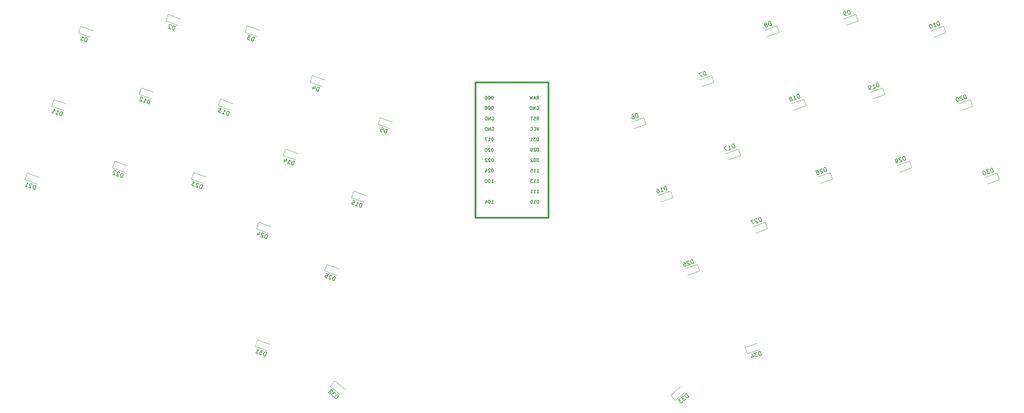
<source format=gbr>
%TF.GenerationSoftware,KiCad,Pcbnew,(5.1.10-1-10_14)*%
%TF.CreationDate,2022-05-14T22:06:53+08:00*%
%TF.ProjectId,k34,6b33342e-6b69-4636-9164-5f7063625858,rev?*%
%TF.SameCoordinates,Original*%
%TF.FileFunction,Legend,Bot*%
%TF.FilePolarity,Positive*%
%FSLAX46Y46*%
G04 Gerber Fmt 4.6, Leading zero omitted, Abs format (unit mm)*
G04 Created by KiCad (PCBNEW (5.1.10-1-10_14)) date 2022-05-14 22:06:53*
%MOMM*%
%LPD*%
G01*
G04 APERTURE LIST*
%ADD10C,0.120000*%
%ADD11C,0.381000*%
%ADD12C,0.150000*%
G04 APERTURE END LIST*
D10*
%TO.C,D1*%
X33923867Y-45148900D02*
X34505301Y-43551423D01*
X34505301Y-43551423D02*
X37465333Y-44628786D01*
X33923867Y-45148900D02*
X36883899Y-46226264D01*
%TO.C,D2*%
X55245212Y-42267457D02*
X55826646Y-40669980D01*
X55826646Y-40669980D02*
X58786678Y-41747343D01*
X55245212Y-42267457D02*
X58205244Y-43344821D01*
%TO.C,D3*%
X74514437Y-45024170D02*
X75095871Y-43426693D01*
X75095871Y-43426693D02*
X78055903Y-44504056D01*
X74514437Y-45024170D02*
X77474469Y-46101534D01*
%TO.C,D4*%
X90363461Y-57177810D02*
X90944895Y-55580333D01*
X90944895Y-55580333D02*
X93904927Y-56657696D01*
X90363461Y-57177810D02*
X93323493Y-58255174D01*
%TO.C,D5*%
X106896525Y-67452064D02*
X107477959Y-65854587D01*
X107477959Y-65854587D02*
X110437991Y-66931950D01*
X106896525Y-67452064D02*
X109856557Y-68529428D01*
%TO.C,D6*%
X171632340Y-65854587D02*
X172213774Y-67452064D01*
X172213774Y-67452064D02*
X169253742Y-68529428D01*
X171632340Y-65854587D02*
X168672308Y-66931950D01*
%TO.C,D7*%
X188165404Y-55580333D02*
X188746838Y-57177810D01*
X188746838Y-57177810D02*
X185786806Y-58255174D01*
X188165404Y-55580333D02*
X185205372Y-56657696D01*
%TO.C,D8*%
X204014427Y-43426693D02*
X204595861Y-45024170D01*
X204595861Y-45024170D02*
X201635829Y-46101534D01*
X204014427Y-43426693D02*
X201054395Y-44504056D01*
%TO.C,D9*%
X223283652Y-40669980D02*
X223865086Y-42267457D01*
X223865086Y-42267457D02*
X220905054Y-43344821D01*
X223283652Y-40669980D02*
X220323620Y-41747343D01*
%TO.C,D10*%
X244604998Y-43551423D02*
X245186432Y-45148900D01*
X245186432Y-45148900D02*
X242226400Y-46226264D01*
X244604998Y-43551423D02*
X241644966Y-44628786D01*
%TO.C,D11*%
X27408383Y-63050044D02*
X27989817Y-61452567D01*
X27989817Y-61452567D02*
X30949849Y-62529930D01*
X27408383Y-63050044D02*
X30368415Y-64127408D01*
%TO.C,D12*%
X48729729Y-60168601D02*
X49311163Y-58571124D01*
X49311163Y-58571124D02*
X52271195Y-59648487D01*
X48729729Y-60168601D02*
X51689761Y-61245965D01*
%TO.C,D13*%
X67998954Y-62925315D02*
X68580388Y-61327838D01*
X68580388Y-61327838D02*
X71540420Y-62405201D01*
X67998954Y-62925315D02*
X70958986Y-64002679D01*
%TO.C,D14*%
X83847977Y-75078954D02*
X84429411Y-73481477D01*
X84429411Y-73481477D02*
X87389443Y-74558840D01*
X83847977Y-75078954D02*
X86808009Y-76156318D01*
%TO.C,D15*%
X100381041Y-85353208D02*
X100962475Y-83755731D01*
X100962475Y-83755731D02*
X103922507Y-84833094D01*
X100381041Y-85353208D02*
X103341073Y-86430572D01*
%TO.C,D16*%
X178147824Y-83755731D02*
X178729258Y-85353208D01*
X178729258Y-85353208D02*
X175769226Y-86430572D01*
X178147824Y-83755731D02*
X175187792Y-84833094D01*
%TO.C,D17*%
X194680888Y-73481477D02*
X195262322Y-75078954D01*
X195262322Y-75078954D02*
X192302290Y-76156318D01*
X194680888Y-73481477D02*
X191720856Y-74558840D01*
%TO.C,D18*%
X210529911Y-61327838D02*
X207569879Y-62405201D01*
X211111345Y-62925315D02*
X208151313Y-64002679D01*
X210529911Y-61327838D02*
X211111345Y-62925315D01*
%TO.C,D19*%
X229799136Y-58571124D02*
X226839104Y-59648487D01*
X230380570Y-60168601D02*
X227420538Y-61245965D01*
X229799136Y-58571124D02*
X230380570Y-60168601D01*
%TO.C,D20*%
X251120482Y-61452567D02*
X248160450Y-62529930D01*
X251701916Y-63050044D02*
X248741884Y-64127408D01*
X251120482Y-61452567D02*
X251701916Y-63050044D01*
%TO.C,D21*%
X20892899Y-80951188D02*
X23852931Y-82028552D01*
X21474333Y-79353711D02*
X24434365Y-80431074D01*
X20892899Y-80951188D02*
X21474333Y-79353711D01*
%TO.C,D22*%
X42214245Y-78069746D02*
X45174277Y-79147110D01*
X42795679Y-76472269D02*
X45755711Y-77549632D01*
X42214245Y-78069746D02*
X42795679Y-76472269D01*
%TO.C,D23*%
X61483470Y-80826459D02*
X64443502Y-81903823D01*
X62064904Y-79228982D02*
X65024936Y-80306345D01*
X61483470Y-80826459D02*
X62064904Y-79228982D01*
%TO.C,D24*%
X77332493Y-92980099D02*
X80292525Y-94057463D01*
X77913927Y-91382622D02*
X80873959Y-92459985D01*
X77332493Y-92980099D02*
X77913927Y-91382622D01*
%TO.C,D25*%
X93865557Y-103254353D02*
X96825589Y-104331717D01*
X94446991Y-101656876D02*
X97407023Y-102734239D01*
X93865557Y-103254353D02*
X94446991Y-101656876D01*
%TO.C,D26*%
X184663308Y-101656876D02*
X181703276Y-102734239D01*
X185244742Y-103254353D02*
X182284710Y-104331717D01*
X184663308Y-101656876D02*
X185244742Y-103254353D01*
%TO.C,D27*%
X201196371Y-91382622D02*
X198236339Y-92459985D01*
X201777805Y-92980099D02*
X198817773Y-94057463D01*
X201196371Y-91382622D02*
X201777805Y-92980099D01*
%TO.C,D28*%
X217045395Y-79228982D02*
X214085363Y-80306345D01*
X217626829Y-80826459D02*
X214666797Y-81903823D01*
X217045395Y-79228982D02*
X217626829Y-80826459D01*
%TO.C,D29*%
X236314620Y-76472269D02*
X233354588Y-77549632D01*
X236896054Y-78069746D02*
X233936022Y-79147110D01*
X236314620Y-76472269D02*
X236896054Y-78069746D01*
%TO.C,D30*%
X257635966Y-79353711D02*
X254675934Y-80431074D01*
X258217400Y-80951188D02*
X255257368Y-82028552D01*
X257635966Y-79353711D02*
X258217400Y-80951188D01*
%TO.C,D31*%
X77031421Y-121656526D02*
X79991453Y-122733890D01*
X77612855Y-120059049D02*
X80572887Y-121136412D01*
X77031421Y-121656526D02*
X77612855Y-120059049D01*
%TO.C,D32*%
X95280146Y-131382841D02*
X96372885Y-130080566D01*
X96372885Y-130080566D02*
X98785925Y-132105347D01*
X95280146Y-131382841D02*
X97693186Y-133407622D01*
%TO.C,D33*%
X179271642Y-134851385D02*
X181684682Y-132826604D01*
X178178903Y-133549110D02*
X180591943Y-131524329D01*
X179271642Y-134851385D02*
X178178903Y-133549110D01*
%TO.C,D34*%
X196879301Y-123495577D02*
X199839333Y-122418214D01*
X196297867Y-121898100D02*
X199257899Y-120820736D01*
X196879301Y-123495577D02*
X196297867Y-121898100D01*
D11*
%TO.C,U1*%
X148445149Y-90240000D02*
X148445149Y-57220000D01*
X130665149Y-90240000D02*
X148445149Y-90240000D01*
X130665149Y-57220000D02*
X130665149Y-90240000D01*
X148445149Y-57220000D02*
X130665149Y-57220000D01*
%TO.C,D1*%
D12*
X35906122Y-47415973D02*
X36248142Y-46476280D01*
X36024406Y-46394847D01*
X35873877Y-46390734D01*
X35751809Y-46447655D01*
X35674489Y-46520863D01*
X35564595Y-46683566D01*
X35515735Y-46817807D01*
X35495335Y-47013083D01*
X35507509Y-47118864D01*
X35564430Y-47240932D01*
X35682385Y-47334540D01*
X35906122Y-47415973D01*
X34474209Y-46894799D02*
X35011176Y-47090240D01*
X34742693Y-46992519D02*
X35084713Y-46052827D01*
X35125347Y-46219642D01*
X35182269Y-46341710D01*
X35255476Y-46419030D01*
%TO.C,D2*%
X57227467Y-44534530D02*
X57569487Y-43594837D01*
X57345751Y-43513404D01*
X57195222Y-43509291D01*
X57073154Y-43566212D01*
X56995834Y-43639420D01*
X56885940Y-43802123D01*
X56837080Y-43936364D01*
X56816680Y-44131640D01*
X56828854Y-44237421D01*
X56885775Y-44359489D01*
X57003730Y-44453097D01*
X57227467Y-44534530D01*
X56641968Y-43358598D02*
X56613508Y-43297564D01*
X56540300Y-43220244D01*
X56316563Y-43138811D01*
X56210782Y-43150984D01*
X56149748Y-43179445D01*
X56072428Y-43252653D01*
X56039854Y-43342147D01*
X56035742Y-43492676D01*
X56377269Y-44225083D01*
X55795554Y-44013356D01*
%TO.C,D3*%
X76496692Y-47291243D02*
X76838712Y-46351550D01*
X76614976Y-46270117D01*
X76464447Y-46266004D01*
X76342379Y-46322925D01*
X76265059Y-46396133D01*
X76155165Y-46558836D01*
X76106305Y-46693077D01*
X76085905Y-46888353D01*
X76098079Y-46994134D01*
X76155000Y-47116202D01*
X76272955Y-47209810D01*
X76496692Y-47291243D01*
X75988514Y-46042104D02*
X75406799Y-45830377D01*
X75589737Y-46302362D01*
X75455495Y-46253502D01*
X75349714Y-46265676D01*
X75288680Y-46294136D01*
X75211359Y-46367344D01*
X75129926Y-46591080D01*
X75142100Y-46696862D01*
X75170560Y-46757896D01*
X75243768Y-46835216D01*
X75512252Y-46932936D01*
X75618033Y-46920762D01*
X75679067Y-46892302D01*
%TO.C,D4*%
X92345716Y-59444883D02*
X92687736Y-58505190D01*
X92464000Y-58423757D01*
X92313471Y-58419644D01*
X92191403Y-58476565D01*
X92114083Y-58549773D01*
X92004189Y-58712476D01*
X91955329Y-58846717D01*
X91934929Y-59041993D01*
X91947103Y-59147774D01*
X92004024Y-59269842D01*
X92121979Y-59363450D01*
X92345716Y-59444883D01*
X91231311Y-58329821D02*
X91003298Y-58956283D01*
X91585341Y-58053276D02*
X91564777Y-58805919D01*
X90983063Y-58594192D01*
%TO.C,D5*%
X108878780Y-69719137D02*
X109220800Y-68779444D01*
X108997064Y-68698011D01*
X108846535Y-68693898D01*
X108724467Y-68750819D01*
X108647147Y-68824027D01*
X108537253Y-68986730D01*
X108488393Y-69120971D01*
X108467993Y-69316247D01*
X108480167Y-69422028D01*
X108537088Y-69544096D01*
X108655043Y-69637704D01*
X108878780Y-69719137D01*
X107833635Y-68274557D02*
X108281107Y-68437424D01*
X108162988Y-68901184D01*
X108134527Y-68840150D01*
X108061319Y-68762829D01*
X107837583Y-68681396D01*
X107731802Y-68693570D01*
X107670768Y-68722030D01*
X107593447Y-68795238D01*
X107512014Y-69018974D01*
X107524188Y-69124756D01*
X107552648Y-69185790D01*
X107625856Y-69263110D01*
X107849593Y-69344543D01*
X107955374Y-69332370D01*
X108016408Y-69303909D01*
%TO.C,D6*%
X170353210Y-65737388D02*
X170011189Y-64797695D01*
X169787453Y-64879129D01*
X169669498Y-64972736D01*
X169612577Y-65094804D01*
X169600403Y-65200585D01*
X169620802Y-65395861D01*
X169669662Y-65530103D01*
X169779556Y-65692805D01*
X169856877Y-65766013D01*
X169978945Y-65822934D01*
X170129473Y-65818821D01*
X170353210Y-65737388D01*
X168668771Y-65286296D02*
X168847760Y-65221149D01*
X168953542Y-65233323D01*
X169014576Y-65261784D01*
X169152930Y-65363452D01*
X169262824Y-65526154D01*
X169393117Y-65884133D01*
X169380944Y-65989914D01*
X169352483Y-66050948D01*
X169279275Y-66128268D01*
X169100286Y-66193415D01*
X168994505Y-66181241D01*
X168933471Y-66152780D01*
X168856150Y-66079573D01*
X168774717Y-65855836D01*
X168786891Y-65750055D01*
X168815351Y-65689021D01*
X168888559Y-65611700D01*
X169067548Y-65546554D01*
X169173330Y-65558728D01*
X169234364Y-65587188D01*
X169311684Y-65660396D01*
%TO.C,D7*%
X186886274Y-55463134D02*
X186544253Y-54523441D01*
X186320517Y-54604875D01*
X186202562Y-54698482D01*
X186145641Y-54820550D01*
X186133467Y-54926331D01*
X186153866Y-55121607D01*
X186202726Y-55255849D01*
X186312620Y-55418551D01*
X186389941Y-55491759D01*
X186512009Y-55548680D01*
X186662537Y-55544567D01*
X186886274Y-55463134D01*
X185694055Y-54832888D02*
X185067594Y-55060902D01*
X185812339Y-55854014D01*
%TO.C,D8*%
X202735297Y-43309494D02*
X202393276Y-42369801D01*
X202169540Y-42451235D01*
X202051585Y-42544842D01*
X201994664Y-42666910D01*
X201982490Y-42772691D01*
X202002889Y-42967967D01*
X202051749Y-43102209D01*
X202161643Y-43264911D01*
X202238964Y-43338119D01*
X202361032Y-43395040D01*
X202511560Y-43390927D01*
X202735297Y-43309494D01*
X201465922Y-43163407D02*
X201539130Y-43086086D01*
X201567590Y-43025052D01*
X201579764Y-42919271D01*
X201563478Y-42874524D01*
X201486157Y-42801316D01*
X201425123Y-42772856D01*
X201319342Y-42760682D01*
X201140353Y-42825828D01*
X201067145Y-42903149D01*
X201038684Y-42964183D01*
X201026511Y-43069964D01*
X201042797Y-43114711D01*
X201120118Y-43187919D01*
X201181152Y-43216380D01*
X201286933Y-43228554D01*
X201465922Y-43163407D01*
X201571703Y-43175581D01*
X201632737Y-43204042D01*
X201710058Y-43277249D01*
X201775204Y-43456239D01*
X201763031Y-43562020D01*
X201734570Y-43623054D01*
X201661362Y-43700374D01*
X201482373Y-43765521D01*
X201376592Y-43753347D01*
X201315558Y-43724886D01*
X201238237Y-43651679D01*
X201173091Y-43472690D01*
X201185265Y-43366908D01*
X201213725Y-43305874D01*
X201286933Y-43228554D01*
%TO.C,D9*%
X222004522Y-40552781D02*
X221662501Y-39613088D01*
X221438765Y-39694522D01*
X221320810Y-39788129D01*
X221263889Y-39910197D01*
X221251715Y-40015978D01*
X221272114Y-40211254D01*
X221320974Y-40345496D01*
X221430868Y-40508198D01*
X221508189Y-40581406D01*
X221630257Y-40638327D01*
X221780785Y-40634214D01*
X222004522Y-40552781D01*
X221020082Y-40911088D02*
X220841093Y-40976235D01*
X220735311Y-40964061D01*
X220674277Y-40935600D01*
X220535923Y-40833932D01*
X220426029Y-40671229D01*
X220295736Y-40313251D01*
X220307909Y-40207470D01*
X220336370Y-40146436D01*
X220409578Y-40069115D01*
X220588567Y-40003969D01*
X220694348Y-40016143D01*
X220755382Y-40044603D01*
X220832703Y-40117811D01*
X220914136Y-40341547D01*
X220901962Y-40447329D01*
X220873502Y-40508363D01*
X220800294Y-40585683D01*
X220621305Y-40650830D01*
X220515523Y-40638656D01*
X220454490Y-40610195D01*
X220377169Y-40536987D01*
%TO.C,D10*%
X243773340Y-43271357D02*
X243431320Y-42331665D01*
X243207584Y-42413098D01*
X243089629Y-42506705D01*
X243032707Y-42628773D01*
X243020534Y-42734554D01*
X243040933Y-42929830D01*
X243089793Y-43064072D01*
X243199687Y-43226774D01*
X243277008Y-43299982D01*
X243399075Y-43356903D01*
X243549604Y-43352791D01*
X243773340Y-43271357D01*
X242341428Y-43792531D02*
X242878395Y-43597091D01*
X242609911Y-43694811D02*
X242267891Y-42755118D01*
X242406246Y-42856787D01*
X242528314Y-42913708D01*
X242634095Y-42925882D01*
X241417693Y-43064565D02*
X241328199Y-43097138D01*
X241254991Y-43174459D01*
X241226530Y-43235493D01*
X241214356Y-43341274D01*
X241234756Y-43536550D01*
X241316189Y-43760286D01*
X241426083Y-43922989D01*
X241503403Y-43996197D01*
X241564437Y-44024657D01*
X241670219Y-44036831D01*
X241759713Y-44004258D01*
X241832921Y-43926937D01*
X241861382Y-43865903D01*
X241873556Y-43760122D01*
X241853156Y-43564846D01*
X241771723Y-43341110D01*
X241661829Y-43178407D01*
X241584508Y-43105200D01*
X241523474Y-43076739D01*
X241417693Y-43064565D01*
%TO.C,D11*%
X29838110Y-65479984D02*
X30180131Y-64540291D01*
X29956394Y-64458858D01*
X29805866Y-64454745D01*
X29683798Y-64511666D01*
X29606477Y-64584874D01*
X29496583Y-64747576D01*
X29447723Y-64881818D01*
X29427324Y-65077094D01*
X29439498Y-65182875D01*
X29496419Y-65304943D01*
X29614374Y-65398550D01*
X29838110Y-65479984D01*
X28406198Y-64958810D02*
X28943165Y-65154250D01*
X28674681Y-65056530D02*
X29016702Y-64116838D01*
X29057336Y-64283653D01*
X29114257Y-64405721D01*
X29187465Y-64483041D01*
X27511253Y-64633077D02*
X28048220Y-64828517D01*
X27779736Y-64730797D02*
X28121756Y-63791104D01*
X28162391Y-63957919D01*
X28219312Y-64079987D01*
X28292520Y-64157308D01*
%TO.C,D12*%
X51159456Y-62598541D02*
X51501477Y-61658848D01*
X51277740Y-61577415D01*
X51127212Y-61573302D01*
X51005144Y-61630223D01*
X50927823Y-61703431D01*
X50817929Y-61866133D01*
X50769069Y-62000375D01*
X50748670Y-62195651D01*
X50760844Y-62301432D01*
X50817765Y-62423500D01*
X50935720Y-62517107D01*
X51159456Y-62598541D01*
X49727544Y-62077367D02*
X50264511Y-62272807D01*
X49996027Y-62175087D02*
X50338048Y-61235395D01*
X50378682Y-61402210D01*
X50435603Y-61524278D01*
X50508811Y-61601598D01*
X49679013Y-61096876D02*
X49650552Y-61035842D01*
X49577344Y-60958521D01*
X49353608Y-60877088D01*
X49247827Y-60889262D01*
X49186793Y-60917722D01*
X49109472Y-60990930D01*
X49076899Y-61080425D01*
X49072786Y-61230953D01*
X49414313Y-61963360D01*
X48832599Y-61751634D01*
%TO.C,D13*%
X70428681Y-65355255D02*
X70770702Y-64415562D01*
X70546965Y-64334129D01*
X70396437Y-64330016D01*
X70274369Y-64386937D01*
X70197048Y-64460145D01*
X70087154Y-64622847D01*
X70038294Y-64757089D01*
X70017895Y-64952365D01*
X70030069Y-65058146D01*
X70086990Y-65180214D01*
X70204945Y-65273821D01*
X70428681Y-65355255D01*
X68996769Y-64834081D02*
X69533736Y-65029521D01*
X69265252Y-64931801D02*
X69607273Y-63992109D01*
X69647907Y-64158924D01*
X69704828Y-64280992D01*
X69778036Y-64358312D01*
X69025558Y-63780382D02*
X68443844Y-63568655D01*
X68626781Y-64040640D01*
X68492539Y-63991780D01*
X68386758Y-64003954D01*
X68325724Y-64032414D01*
X68248404Y-64105622D01*
X68166970Y-64329359D01*
X68179144Y-64435140D01*
X68207605Y-64496174D01*
X68280813Y-64573494D01*
X68549296Y-64671214D01*
X68655077Y-64659041D01*
X68716111Y-64630580D01*
%TO.C,D14*%
X86277704Y-77508894D02*
X86619725Y-76569201D01*
X86395988Y-76487768D01*
X86245460Y-76483655D01*
X86123392Y-76540576D01*
X86046071Y-76613784D01*
X85936177Y-76776486D01*
X85887317Y-76910728D01*
X85866918Y-77106004D01*
X85879092Y-77211785D01*
X85936013Y-77333853D01*
X86053968Y-77427460D01*
X86277704Y-77508894D01*
X84845792Y-76987720D02*
X85382759Y-77183160D01*
X85114275Y-77085440D02*
X85456296Y-76145748D01*
X85496930Y-76312563D01*
X85553851Y-76434631D01*
X85627059Y-76511951D01*
X84268354Y-76068098D02*
X84040341Y-76694560D01*
X84622384Y-75791554D02*
X84601820Y-76544196D01*
X84020106Y-76332469D01*
%TO.C,D15*%
X102810768Y-87783148D02*
X103152789Y-86843455D01*
X102929052Y-86762022D01*
X102778524Y-86757909D01*
X102656456Y-86814830D01*
X102579135Y-86888038D01*
X102469241Y-87050740D01*
X102420381Y-87184982D01*
X102399982Y-87380258D01*
X102412156Y-87486039D01*
X102469077Y-87608107D01*
X102587032Y-87701714D01*
X102810768Y-87783148D01*
X101378856Y-87261974D02*
X101915823Y-87457414D01*
X101647339Y-87359694D02*
X101989360Y-86420002D01*
X102029994Y-86586817D01*
X102086915Y-86708885D01*
X102160123Y-86786205D01*
X100870678Y-86012835D02*
X101318151Y-86175701D01*
X101200031Y-86639461D01*
X101171571Y-86578427D01*
X101098363Y-86501106D01*
X100874626Y-86419673D01*
X100768845Y-86431847D01*
X100707811Y-86460307D01*
X100630491Y-86533515D01*
X100549057Y-86757252D01*
X100561231Y-86863033D01*
X100589692Y-86924067D01*
X100662900Y-87001387D01*
X100886636Y-87082821D01*
X100992417Y-87070647D01*
X101053451Y-87042186D01*
%TO.C,D16*%
X177316166Y-83475665D02*
X176974146Y-82535973D01*
X176750410Y-82617406D01*
X176632455Y-82711013D01*
X176575533Y-82833081D01*
X176563360Y-82938862D01*
X176583759Y-83134138D01*
X176632619Y-83268380D01*
X176742513Y-83431082D01*
X176819834Y-83504290D01*
X176941901Y-83561211D01*
X177092430Y-83557099D01*
X177316166Y-83475665D01*
X175884254Y-83996839D02*
X176421221Y-83801399D01*
X176152737Y-83899119D02*
X175810717Y-82959426D01*
X175949072Y-83061095D01*
X176071140Y-83118016D01*
X176176921Y-83130190D01*
X174736783Y-83350306D02*
X174915772Y-83285160D01*
X175021553Y-83297334D01*
X175082587Y-83325794D01*
X175220941Y-83427463D01*
X175330835Y-83590165D01*
X175461129Y-83948143D01*
X175448955Y-84053924D01*
X175420494Y-84114958D01*
X175347286Y-84192279D01*
X175168297Y-84257426D01*
X175062516Y-84245252D01*
X175001482Y-84216791D01*
X174924162Y-84143583D01*
X174842728Y-83919847D01*
X174854902Y-83814066D01*
X174883363Y-83753032D01*
X174956571Y-83675711D01*
X175135560Y-83610565D01*
X175241341Y-83622738D01*
X175302375Y-83651199D01*
X175379695Y-83724407D01*
%TO.C,D17*%
X193849230Y-73201411D02*
X193507210Y-72261719D01*
X193283474Y-72343152D01*
X193165519Y-72436759D01*
X193108597Y-72558827D01*
X193096424Y-72664608D01*
X193116823Y-72859884D01*
X193165683Y-72994126D01*
X193275577Y-73156828D01*
X193352898Y-73230036D01*
X193474965Y-73286957D01*
X193625494Y-73282845D01*
X193849230Y-73201411D01*
X192417318Y-73722585D02*
X192954285Y-73527145D01*
X192685801Y-73624865D02*
X192343781Y-72685172D01*
X192482136Y-72786841D01*
X192604204Y-72843762D01*
X192709985Y-72855936D01*
X191762067Y-72896899D02*
X191135605Y-73124912D01*
X191880350Y-73918025D01*
%TO.C,D18*%
X209698253Y-61047772D02*
X209356233Y-60108080D01*
X209132497Y-60189513D01*
X209014542Y-60283120D01*
X208957620Y-60405188D01*
X208945447Y-60510969D01*
X208965846Y-60706245D01*
X209014706Y-60840487D01*
X209124600Y-61003189D01*
X209201921Y-61076397D01*
X209323988Y-61133318D01*
X209474517Y-61129206D01*
X209698253Y-61047772D01*
X208266341Y-61568946D02*
X208803308Y-61373506D01*
X208534824Y-61471226D02*
X208192804Y-60531533D01*
X208331159Y-60633202D01*
X208453227Y-60690123D01*
X208559008Y-60702297D01*
X207533933Y-61227419D02*
X207607141Y-61150098D01*
X207635602Y-61089064D01*
X207647776Y-60983283D01*
X207631489Y-60938536D01*
X207554168Y-60865328D01*
X207493135Y-60836867D01*
X207387353Y-60824693D01*
X207208364Y-60889840D01*
X207135156Y-60967161D01*
X207106696Y-61028195D01*
X207094522Y-61133976D01*
X207110809Y-61178723D01*
X207188129Y-61251931D01*
X207249163Y-61280392D01*
X207354944Y-61292565D01*
X207533933Y-61227419D01*
X207639715Y-61239593D01*
X207700749Y-61268053D01*
X207778069Y-61341261D01*
X207843216Y-61520250D01*
X207831042Y-61626031D01*
X207802581Y-61687065D01*
X207729373Y-61764386D01*
X207550384Y-61829533D01*
X207444603Y-61817359D01*
X207383569Y-61788898D01*
X207306249Y-61715690D01*
X207241102Y-61536701D01*
X207253276Y-61430920D01*
X207281736Y-61369886D01*
X207354944Y-61292565D01*
%TO.C,D19*%
X228967478Y-58291058D02*
X228625458Y-57351366D01*
X228401722Y-57432799D01*
X228283767Y-57526406D01*
X228226845Y-57648474D01*
X228214672Y-57754255D01*
X228235071Y-57949531D01*
X228283931Y-58083773D01*
X228393825Y-58246475D01*
X228471146Y-58319683D01*
X228593213Y-58376604D01*
X228743742Y-58372492D01*
X228967478Y-58291058D01*
X227535566Y-58812232D02*
X228072533Y-58616792D01*
X227804049Y-58714512D02*
X227462029Y-57774819D01*
X227600384Y-57876488D01*
X227722452Y-57933409D01*
X227828233Y-57945583D01*
X227088093Y-58975099D02*
X226909104Y-59040245D01*
X226803323Y-59028071D01*
X226742289Y-58999611D01*
X226603934Y-58897942D01*
X226494040Y-58735240D01*
X226363747Y-58377262D01*
X226375921Y-58271481D01*
X226404381Y-58210447D01*
X226477589Y-58133126D01*
X226656578Y-58067979D01*
X226762360Y-58080153D01*
X226823393Y-58108614D01*
X226900714Y-58181822D01*
X226982147Y-58405558D01*
X226969974Y-58511339D01*
X226941513Y-58572373D01*
X226868305Y-58649694D01*
X226689316Y-58714841D01*
X226583535Y-58702667D01*
X226522501Y-58674206D01*
X226445180Y-58600998D01*
%TO.C,D20*%
X250288824Y-61172501D02*
X249946804Y-60232809D01*
X249723068Y-60314242D01*
X249605113Y-60407849D01*
X249548191Y-60529917D01*
X249536018Y-60635698D01*
X249556417Y-60830974D01*
X249605277Y-60965216D01*
X249715171Y-61127918D01*
X249792492Y-61201126D01*
X249914559Y-61258047D01*
X250065088Y-61253935D01*
X250288824Y-61172501D01*
X249084432Y-60648037D02*
X249023398Y-60619576D01*
X248917617Y-60607402D01*
X248693881Y-60688836D01*
X248620673Y-60766156D01*
X248592212Y-60827190D01*
X248580038Y-60932971D01*
X248612612Y-61022466D01*
X248706219Y-61140421D01*
X249438626Y-61481948D01*
X248856912Y-61693675D01*
X247933177Y-60965709D02*
X247843683Y-60998282D01*
X247770475Y-61075603D01*
X247742014Y-61136637D01*
X247729840Y-61242418D01*
X247750240Y-61437694D01*
X247831673Y-61661430D01*
X247941567Y-61824133D01*
X248018887Y-61897341D01*
X248079921Y-61925801D01*
X248185703Y-61937975D01*
X248275197Y-61905402D01*
X248348405Y-61828081D01*
X248376866Y-61767047D01*
X248389040Y-61661266D01*
X248368640Y-61465990D01*
X248287207Y-61242254D01*
X248177313Y-61079551D01*
X248099992Y-61006344D01*
X248038958Y-60977883D01*
X247933177Y-60965709D01*
%TO.C,D21*%
X23322626Y-83381128D02*
X23664647Y-82441435D01*
X23440910Y-82360002D01*
X23290382Y-82355889D01*
X23168314Y-82412810D01*
X23090993Y-82486018D01*
X22981099Y-82648720D01*
X22932239Y-82782962D01*
X22911840Y-82978238D01*
X22924014Y-83084019D01*
X22980935Y-83206087D01*
X23098890Y-83299694D01*
X23322626Y-83381128D01*
X22737128Y-82205196D02*
X22708667Y-82144162D01*
X22635459Y-82066842D01*
X22411723Y-81985408D01*
X22305942Y-81997582D01*
X22244908Y-82026043D01*
X22167587Y-82099251D01*
X22135014Y-82188745D01*
X22130901Y-82339274D01*
X22472428Y-83071681D01*
X21890714Y-82859954D01*
X20995769Y-82534221D02*
X21532736Y-82729661D01*
X21264252Y-82631941D02*
X21606272Y-81692248D01*
X21646907Y-81859063D01*
X21703828Y-81981131D01*
X21777036Y-82058452D01*
%TO.C,D22*%
X44643972Y-80499686D02*
X44985993Y-79559993D01*
X44762256Y-79478560D01*
X44611728Y-79474447D01*
X44489660Y-79531368D01*
X44412339Y-79604576D01*
X44302445Y-79767278D01*
X44253585Y-79901520D01*
X44233186Y-80096796D01*
X44245360Y-80202577D01*
X44302281Y-80324645D01*
X44420236Y-80418252D01*
X44643972Y-80499686D01*
X44058474Y-79323754D02*
X44030013Y-79262720D01*
X43956805Y-79185400D01*
X43733069Y-79103966D01*
X43627288Y-79116140D01*
X43566254Y-79144601D01*
X43488933Y-79217809D01*
X43456360Y-79307303D01*
X43452247Y-79457832D01*
X43793774Y-80190239D01*
X43212060Y-79978512D01*
X43163529Y-78998021D02*
X43135068Y-78936987D01*
X43061860Y-78859666D01*
X42838124Y-78778233D01*
X42732343Y-78790407D01*
X42671309Y-78818867D01*
X42593988Y-78892075D01*
X42561415Y-78981570D01*
X42557302Y-79132098D01*
X42898829Y-79864505D01*
X42317115Y-79652779D01*
%TO.C,D23*%
X63913197Y-83256399D02*
X64255218Y-82316706D01*
X64031481Y-82235273D01*
X63880953Y-82231160D01*
X63758885Y-82288081D01*
X63681564Y-82361289D01*
X63571670Y-82523991D01*
X63522810Y-82658233D01*
X63502411Y-82853509D01*
X63514585Y-82959290D01*
X63571506Y-83081358D01*
X63689461Y-83174965D01*
X63913197Y-83256399D01*
X63327699Y-82080467D02*
X63299238Y-82019433D01*
X63226030Y-81942113D01*
X63002294Y-81860679D01*
X62896513Y-81872853D01*
X62835479Y-81901314D01*
X62758158Y-81974522D01*
X62725585Y-82064016D01*
X62721472Y-82214545D01*
X63062999Y-82946952D01*
X62481285Y-82735225D01*
X62510074Y-81681526D02*
X61928360Y-81469799D01*
X62111297Y-81941784D01*
X61977055Y-81892924D01*
X61871274Y-81905098D01*
X61810240Y-81933558D01*
X61732920Y-82006766D01*
X61651486Y-82230503D01*
X61663660Y-82336284D01*
X61692121Y-82397318D01*
X61765329Y-82474638D01*
X62033812Y-82572358D01*
X62139593Y-82560185D01*
X62200627Y-82531724D01*
%TO.C,D24*%
X79762220Y-95410039D02*
X80104241Y-94470346D01*
X79880504Y-94388913D01*
X79729976Y-94384800D01*
X79607908Y-94441721D01*
X79530587Y-94514929D01*
X79420693Y-94677631D01*
X79371833Y-94811873D01*
X79351434Y-95007149D01*
X79363608Y-95112930D01*
X79420529Y-95234998D01*
X79538484Y-95328605D01*
X79762220Y-95410039D01*
X79176722Y-94234107D02*
X79148261Y-94173073D01*
X79075053Y-94095753D01*
X78851317Y-94014319D01*
X78745536Y-94026493D01*
X78684502Y-94054954D01*
X78607181Y-94128162D01*
X78574608Y-94217656D01*
X78570495Y-94368185D01*
X78912022Y-95100592D01*
X78330308Y-94888865D01*
X77752870Y-93969243D02*
X77524857Y-94595705D01*
X78106900Y-93692699D02*
X78086336Y-94445341D01*
X77504622Y-94233614D01*
%TO.C,D25*%
X96295284Y-105684293D02*
X96637305Y-104744600D01*
X96413568Y-104663167D01*
X96263040Y-104659054D01*
X96140972Y-104715975D01*
X96063651Y-104789183D01*
X95953757Y-104951885D01*
X95904897Y-105086127D01*
X95884498Y-105281403D01*
X95896672Y-105387184D01*
X95953593Y-105509252D01*
X96071548Y-105602859D01*
X96295284Y-105684293D01*
X95709786Y-104508361D02*
X95681325Y-104447327D01*
X95608117Y-104370007D01*
X95384381Y-104288573D01*
X95278600Y-104300747D01*
X95217566Y-104329208D01*
X95140245Y-104402416D01*
X95107672Y-104491910D01*
X95103559Y-104642439D01*
X95445086Y-105374846D01*
X94863372Y-105163119D01*
X94355194Y-103913980D02*
X94802667Y-104076846D01*
X94684547Y-104540606D01*
X94656087Y-104479572D01*
X94582879Y-104402251D01*
X94359142Y-104320818D01*
X94253361Y-104332992D01*
X94192327Y-104361452D01*
X94115007Y-104434660D01*
X94033573Y-104658397D01*
X94045747Y-104764178D01*
X94074208Y-104825212D01*
X94147416Y-104902532D01*
X94371152Y-104983966D01*
X94476933Y-104971792D01*
X94537967Y-104943331D01*
%TO.C,D26*%
X183831650Y-101376810D02*
X183489630Y-100437118D01*
X183265894Y-100518551D01*
X183147939Y-100612158D01*
X183091017Y-100734226D01*
X183078844Y-100840007D01*
X183099243Y-101035283D01*
X183148103Y-101169525D01*
X183257997Y-101332227D01*
X183335318Y-101405435D01*
X183457385Y-101462356D01*
X183607914Y-101458244D01*
X183831650Y-101376810D01*
X182627258Y-100852346D02*
X182566224Y-100823885D01*
X182460443Y-100811711D01*
X182236707Y-100893145D01*
X182163499Y-100970465D01*
X182135038Y-101031499D01*
X182122864Y-101137280D01*
X182155438Y-101226775D01*
X182249045Y-101344730D01*
X182981452Y-101686257D01*
X182399738Y-101897984D01*
X181252267Y-101251451D02*
X181431256Y-101186305D01*
X181537037Y-101198479D01*
X181598071Y-101226939D01*
X181736425Y-101328608D01*
X181846319Y-101491310D01*
X181976613Y-101849288D01*
X181964439Y-101955069D01*
X181935978Y-102016103D01*
X181862770Y-102093424D01*
X181683781Y-102158571D01*
X181578000Y-102146397D01*
X181516966Y-102117936D01*
X181439646Y-102044728D01*
X181358212Y-101820992D01*
X181370386Y-101715211D01*
X181398847Y-101654177D01*
X181472055Y-101576856D01*
X181651044Y-101511710D01*
X181756825Y-101523883D01*
X181817859Y-101552344D01*
X181895179Y-101625552D01*
%TO.C,D27*%
X200364713Y-91102556D02*
X200022693Y-90162864D01*
X199798957Y-90244297D01*
X199681002Y-90337904D01*
X199624080Y-90459972D01*
X199611907Y-90565753D01*
X199632306Y-90761029D01*
X199681166Y-90895271D01*
X199791060Y-91057973D01*
X199868381Y-91131181D01*
X199990448Y-91188102D01*
X200140977Y-91183990D01*
X200364713Y-91102556D01*
X199160321Y-90578092D02*
X199099287Y-90549631D01*
X198993506Y-90537457D01*
X198769770Y-90618891D01*
X198696562Y-90696211D01*
X198668101Y-90757245D01*
X198655927Y-90863026D01*
X198688501Y-90952521D01*
X198782108Y-91070476D01*
X199514515Y-91412003D01*
X198932801Y-91623730D01*
X198277550Y-90798044D02*
X197651088Y-91026057D01*
X198395833Y-91819170D01*
%TO.C,D28*%
X216213737Y-78948916D02*
X215871717Y-78009224D01*
X215647981Y-78090657D01*
X215530026Y-78184264D01*
X215473104Y-78306332D01*
X215460931Y-78412113D01*
X215481330Y-78607389D01*
X215530190Y-78741631D01*
X215640084Y-78904333D01*
X215717405Y-78977541D01*
X215839472Y-79034462D01*
X215990001Y-79030350D01*
X216213737Y-78948916D01*
X215009345Y-78424452D02*
X214948311Y-78395991D01*
X214842530Y-78383817D01*
X214618794Y-78465251D01*
X214545586Y-78542571D01*
X214517125Y-78603605D01*
X214504951Y-78709386D01*
X214537525Y-78798881D01*
X214631132Y-78916836D01*
X215363539Y-79258363D01*
X214781825Y-79470090D01*
X214049417Y-79128563D02*
X214122625Y-79051242D01*
X214151086Y-78990208D01*
X214163260Y-78884427D01*
X214146973Y-78839680D01*
X214069652Y-78766472D01*
X214008619Y-78738011D01*
X213902837Y-78725837D01*
X213723848Y-78790984D01*
X213650640Y-78868305D01*
X213622180Y-78929339D01*
X213610006Y-79035120D01*
X213626293Y-79079867D01*
X213703613Y-79153075D01*
X213764647Y-79181536D01*
X213870428Y-79193709D01*
X214049417Y-79128563D01*
X214155199Y-79140737D01*
X214216233Y-79169197D01*
X214293553Y-79242405D01*
X214358700Y-79421394D01*
X214346526Y-79527175D01*
X214318065Y-79588209D01*
X214244857Y-79665530D01*
X214065868Y-79730677D01*
X213960087Y-79718503D01*
X213899053Y-79690042D01*
X213821733Y-79616834D01*
X213756586Y-79437845D01*
X213768760Y-79332064D01*
X213797220Y-79271030D01*
X213870428Y-79193709D01*
%TO.C,D29*%
X235482962Y-76192203D02*
X235140942Y-75252511D01*
X234917206Y-75333944D01*
X234799251Y-75427551D01*
X234742329Y-75549619D01*
X234730156Y-75655400D01*
X234750555Y-75850676D01*
X234799415Y-75984918D01*
X234909309Y-76147620D01*
X234986630Y-76220828D01*
X235108697Y-76277749D01*
X235259226Y-76273637D01*
X235482962Y-76192203D01*
X234278570Y-75667739D02*
X234217536Y-75639278D01*
X234111755Y-75627104D01*
X233888019Y-75708538D01*
X233814811Y-75785858D01*
X233786350Y-75846892D01*
X233774176Y-75952673D01*
X233806750Y-76042168D01*
X233900357Y-76160123D01*
X234632764Y-76501650D01*
X234051050Y-76713377D01*
X233603577Y-76876244D02*
X233424588Y-76941390D01*
X233318807Y-76929216D01*
X233257773Y-76900756D01*
X233119418Y-76799087D01*
X233009524Y-76636385D01*
X232879231Y-76278407D01*
X232891405Y-76172626D01*
X232919865Y-76111592D01*
X232993073Y-76034271D01*
X233172062Y-75969124D01*
X233277844Y-75981298D01*
X233338877Y-76009759D01*
X233416198Y-76082967D01*
X233497631Y-76306703D01*
X233485458Y-76412484D01*
X233456997Y-76473518D01*
X233383789Y-76550839D01*
X233204800Y-76615986D01*
X233099019Y-76603812D01*
X233037985Y-76575351D01*
X232960664Y-76502143D01*
%TO.C,D30*%
X256804308Y-79073645D02*
X256462288Y-78133953D01*
X256238552Y-78215386D01*
X256120597Y-78308993D01*
X256063675Y-78431061D01*
X256051502Y-78536842D01*
X256071901Y-78732118D01*
X256120761Y-78866360D01*
X256230655Y-79029062D01*
X256307976Y-79102270D01*
X256430043Y-79159191D01*
X256580572Y-79155079D01*
X256804308Y-79073645D01*
X255612090Y-78443400D02*
X255030376Y-78655126D01*
X255473900Y-78899098D01*
X255339658Y-78947958D01*
X255266450Y-79025278D01*
X255237990Y-79086312D01*
X255225816Y-79192094D01*
X255307249Y-79415830D01*
X255384570Y-79489038D01*
X255445604Y-79517498D01*
X255551385Y-79529672D01*
X255819868Y-79431952D01*
X255893076Y-79354632D01*
X255921537Y-79293598D01*
X254448661Y-78866853D02*
X254359167Y-78899426D01*
X254285959Y-78976747D01*
X254257498Y-79037781D01*
X254245324Y-79143562D01*
X254265724Y-79338838D01*
X254347157Y-79562574D01*
X254457051Y-79725277D01*
X254534371Y-79798485D01*
X254595405Y-79826945D01*
X254701187Y-79839119D01*
X254790681Y-79806546D01*
X254863889Y-79729225D01*
X254892350Y-79668191D01*
X254904524Y-79562410D01*
X254884124Y-79367134D01*
X254802691Y-79143398D01*
X254692797Y-78980695D01*
X254615476Y-78907488D01*
X254554442Y-78879027D01*
X254448661Y-78866853D01*
%TO.C,D31*%
X79461148Y-124086466D02*
X79803169Y-123146773D01*
X79579432Y-123065340D01*
X79428904Y-123061227D01*
X79306836Y-123118148D01*
X79229515Y-123191356D01*
X79119621Y-123354058D01*
X79070761Y-123488300D01*
X79050362Y-123683576D01*
X79062536Y-123789357D01*
X79119457Y-123911425D01*
X79237412Y-124005032D01*
X79461148Y-124086466D01*
X78952970Y-122837326D02*
X78371256Y-122625600D01*
X78554193Y-123097584D01*
X78419952Y-123048724D01*
X78314170Y-123060898D01*
X78253137Y-123089359D01*
X78175816Y-123162567D01*
X78094383Y-123386303D01*
X78106556Y-123492084D01*
X78135017Y-123553118D01*
X78208225Y-123630439D01*
X78476709Y-123728159D01*
X78582490Y-123715985D01*
X78643524Y-123687524D01*
X77134291Y-123239559D02*
X77671258Y-123434999D01*
X77402774Y-123337279D02*
X77744794Y-122397586D01*
X77785429Y-122564401D01*
X77842350Y-122686469D01*
X77915558Y-122763790D01*
%TO.C,D32*%
X96732254Y-134497253D02*
X97375042Y-133731209D01*
X97192651Y-133578164D01*
X97052607Y-133522816D01*
X96918432Y-133534554D01*
X96820736Y-133576902D01*
X96661822Y-133692206D01*
X96569995Y-133801641D01*
X96484038Y-133978163D01*
X96459298Y-134081729D01*
X96471037Y-134215903D01*
X96549863Y-134344209D01*
X96732254Y-134497253D01*
X96681954Y-133149639D02*
X96207736Y-132751723D01*
X96218213Y-133257812D01*
X96108778Y-133165985D01*
X96005212Y-133141246D01*
X95938125Y-133147115D01*
X95840429Y-133189463D01*
X95687384Y-133371854D01*
X95662645Y-133475420D01*
X95668514Y-133542507D01*
X95710862Y-133640203D01*
X95929732Y-133823857D01*
X96033297Y-133848596D01*
X96100384Y-133842727D01*
X95854692Y-132579808D02*
X95848823Y-132512721D01*
X95806475Y-132415025D01*
X95624083Y-132261980D01*
X95520518Y-132237240D01*
X95453431Y-132243110D01*
X95355734Y-132285457D01*
X95294517Y-132358414D01*
X95239168Y-132498458D01*
X95309600Y-133303505D01*
X94835382Y-132905589D01*
%TO.C,D33*%
X182590895Y-133962149D02*
X181948108Y-133196104D01*
X181765716Y-133349149D01*
X181686890Y-133477454D01*
X181675151Y-133611628D01*
X181699891Y-133715194D01*
X181785848Y-133891716D01*
X181877675Y-134001151D01*
X182036589Y-134116455D01*
X182134285Y-134158803D01*
X182268460Y-134170542D01*
X182408504Y-134115193D01*
X182590895Y-133962149D01*
X181255020Y-133777674D02*
X180780802Y-134175590D01*
X181281021Y-134253154D01*
X181171586Y-134344981D01*
X181129239Y-134442677D01*
X181123369Y-134509764D01*
X181148109Y-134613330D01*
X181301154Y-134795721D01*
X181398850Y-134838069D01*
X181465937Y-134843938D01*
X181569503Y-134819199D01*
X181788372Y-134635545D01*
X181830720Y-134537849D01*
X181836589Y-134470762D01*
X180525454Y-134389853D02*
X180051236Y-134787769D01*
X180551455Y-134865333D01*
X180442020Y-134957159D01*
X180399673Y-135054856D01*
X180393803Y-135121943D01*
X180418543Y-135225508D01*
X180571588Y-135407900D01*
X180669284Y-135450248D01*
X180736371Y-135456117D01*
X180839936Y-135431377D01*
X181058806Y-135247724D01*
X181101154Y-135150028D01*
X181107023Y-135082940D01*
%TO.C,D34*%
X200302515Y-123795219D02*
X199960495Y-122855527D01*
X199736759Y-122936960D01*
X199618804Y-123030567D01*
X199561882Y-123152635D01*
X199549709Y-123258416D01*
X199570108Y-123453692D01*
X199618968Y-123587934D01*
X199728862Y-123750636D01*
X199806183Y-123823844D01*
X199928250Y-123880765D01*
X200078779Y-123876653D01*
X200302515Y-123795219D01*
X199110297Y-123164974D02*
X198528583Y-123376700D01*
X198972107Y-123620672D01*
X198837865Y-123669532D01*
X198764657Y-123746852D01*
X198736197Y-123807886D01*
X198724023Y-123913668D01*
X198805456Y-124137404D01*
X198882777Y-124210612D01*
X198943811Y-124239072D01*
X199049592Y-124251246D01*
X199318075Y-124153526D01*
X199391283Y-124076206D01*
X199419744Y-124015172D01*
X197837138Y-123983091D02*
X198065152Y-124609553D01*
X197930581Y-123543680D02*
X198398618Y-124133455D01*
X197816903Y-124345182D01*
%TO.C,U1*%
X145581244Y-66471904D02*
X145847910Y-66090952D01*
X146038387Y-66471904D02*
X146038387Y-65671904D01*
X145733625Y-65671904D01*
X145657434Y-65710000D01*
X145619339Y-65748095D01*
X145581244Y-65824285D01*
X145581244Y-65938571D01*
X145619339Y-66014761D01*
X145657434Y-66052857D01*
X145733625Y-66090952D01*
X146038387Y-66090952D01*
X145276482Y-66433809D02*
X145162196Y-66471904D01*
X144971720Y-66471904D01*
X144895529Y-66433809D01*
X144857434Y-66395714D01*
X144819339Y-66319523D01*
X144819339Y-66243333D01*
X144857434Y-66167142D01*
X144895529Y-66129047D01*
X144971720Y-66090952D01*
X145124101Y-66052857D01*
X145200291Y-66014761D01*
X145238387Y-65976666D01*
X145276482Y-65900476D01*
X145276482Y-65824285D01*
X145238387Y-65748095D01*
X145200291Y-65710000D01*
X145124101Y-65671904D01*
X144933625Y-65671904D01*
X144819339Y-65710000D01*
X144590768Y-65671904D02*
X144133625Y-65671904D01*
X144362196Y-66471904D02*
X144362196Y-65671904D01*
X134817959Y-60591904D02*
X134741768Y-60591904D01*
X134665578Y-60630000D01*
X134627482Y-60668095D01*
X134589387Y-60744285D01*
X134551292Y-60896666D01*
X134551292Y-61087142D01*
X134589387Y-61239523D01*
X134627482Y-61315714D01*
X134665578Y-61353809D01*
X134741768Y-61391904D01*
X134817959Y-61391904D01*
X134894149Y-61353809D01*
X134932244Y-61315714D01*
X134970339Y-61239523D01*
X135008435Y-61087142D01*
X135008435Y-60896666D01*
X134970339Y-60744285D01*
X134932244Y-60668095D01*
X134894149Y-60630000D01*
X134817959Y-60591904D01*
X134056054Y-60591904D02*
X133979863Y-60591904D01*
X133903673Y-60630000D01*
X133865578Y-60668095D01*
X133827482Y-60744285D01*
X133789387Y-60896666D01*
X133789387Y-61087142D01*
X133827482Y-61239523D01*
X133865578Y-61315714D01*
X133903673Y-61353809D01*
X133979863Y-61391904D01*
X134056054Y-61391904D01*
X134132244Y-61353809D01*
X134170339Y-61315714D01*
X134208435Y-61239523D01*
X134246530Y-61087142D01*
X134246530Y-60896666D01*
X134208435Y-60744285D01*
X134170339Y-60668095D01*
X134132244Y-60630000D01*
X134056054Y-60591904D01*
X133103673Y-60591904D02*
X133256054Y-60591904D01*
X133332244Y-60630000D01*
X133370339Y-60668095D01*
X133446530Y-60782380D01*
X133484625Y-60934761D01*
X133484625Y-61239523D01*
X133446530Y-61315714D01*
X133408435Y-61353809D01*
X133332244Y-61391904D01*
X133179863Y-61391904D01*
X133103673Y-61353809D01*
X133065578Y-61315714D01*
X133027482Y-61239523D01*
X133027482Y-61049047D01*
X133065578Y-60972857D01*
X133103673Y-60934761D01*
X133179863Y-60896666D01*
X133332244Y-60896666D01*
X133408435Y-60934761D01*
X133446530Y-60972857D01*
X133484625Y-61049047D01*
X145892340Y-85991904D02*
X145816149Y-85991904D01*
X145739959Y-86030000D01*
X145701863Y-86068095D01*
X145663768Y-86144285D01*
X145625673Y-86296666D01*
X145625673Y-86487142D01*
X145663768Y-86639523D01*
X145701863Y-86715714D01*
X145739959Y-86753809D01*
X145816149Y-86791904D01*
X145892340Y-86791904D01*
X145968530Y-86753809D01*
X146006625Y-86715714D01*
X146044720Y-86639523D01*
X146082816Y-86487142D01*
X146082816Y-86296666D01*
X146044720Y-86144285D01*
X146006625Y-86068095D01*
X145968530Y-86030000D01*
X145892340Y-85991904D01*
X144863768Y-86791904D02*
X145320911Y-86791904D01*
X145092340Y-86791904D02*
X145092340Y-85991904D01*
X145168530Y-86106190D01*
X145244720Y-86182380D01*
X145320911Y-86220476D01*
X144368530Y-85991904D02*
X144292340Y-85991904D01*
X144216149Y-86030000D01*
X144178054Y-86068095D01*
X144139959Y-86144285D01*
X144101863Y-86296666D01*
X144101863Y-86487142D01*
X144139959Y-86639523D01*
X144178054Y-86715714D01*
X144216149Y-86753809D01*
X144292340Y-86791904D01*
X144368530Y-86791904D01*
X144444720Y-86753809D01*
X144482816Y-86715714D01*
X144520911Y-86639523D01*
X144559006Y-86487142D01*
X144559006Y-86296666D01*
X144520911Y-86144285D01*
X144482816Y-86068095D01*
X144444720Y-86030000D01*
X144368530Y-85991904D01*
X145625673Y-79171904D02*
X146082816Y-79171904D01*
X145854244Y-79171904D02*
X145854244Y-78371904D01*
X145930435Y-78486190D01*
X146006625Y-78562380D01*
X146082816Y-78600476D01*
X144863768Y-79171904D02*
X145320911Y-79171904D01*
X145092340Y-79171904D02*
X145092340Y-78371904D01*
X145168530Y-78486190D01*
X145244720Y-78562380D01*
X145320911Y-78600476D01*
X144139959Y-78371904D02*
X144520911Y-78371904D01*
X144559006Y-78752857D01*
X144520911Y-78714761D01*
X144444720Y-78676666D01*
X144254244Y-78676666D01*
X144178054Y-78714761D01*
X144139959Y-78752857D01*
X144101863Y-78829047D01*
X144101863Y-79019523D01*
X144139959Y-79095714D01*
X144178054Y-79133809D01*
X144254244Y-79171904D01*
X144444720Y-79171904D01*
X144520911Y-79133809D01*
X144559006Y-79095714D01*
X145892340Y-75831904D02*
X145816149Y-75831904D01*
X145739959Y-75870000D01*
X145701863Y-75908095D01*
X145663768Y-75984285D01*
X145625673Y-76136666D01*
X145625673Y-76327142D01*
X145663768Y-76479523D01*
X145701863Y-76555714D01*
X145739959Y-76593809D01*
X145816149Y-76631904D01*
X145892340Y-76631904D01*
X145968530Y-76593809D01*
X146006625Y-76555714D01*
X146044720Y-76479523D01*
X146082816Y-76327142D01*
X146082816Y-76136666D01*
X146044720Y-75984285D01*
X146006625Y-75908095D01*
X145968530Y-75870000D01*
X145892340Y-75831904D01*
X145130435Y-75831904D02*
X145054244Y-75831904D01*
X144978054Y-75870000D01*
X144939959Y-75908095D01*
X144901863Y-75984285D01*
X144863768Y-76136666D01*
X144863768Y-76327142D01*
X144901863Y-76479523D01*
X144939959Y-76555714D01*
X144978054Y-76593809D01*
X145054244Y-76631904D01*
X145130435Y-76631904D01*
X145206625Y-76593809D01*
X145244720Y-76555714D01*
X145282816Y-76479523D01*
X145320911Y-76327142D01*
X145320911Y-76136666D01*
X145282816Y-75984285D01*
X145244720Y-75908095D01*
X145206625Y-75870000D01*
X145130435Y-75831904D01*
X144559006Y-75908095D02*
X144520911Y-75870000D01*
X144444720Y-75831904D01*
X144254244Y-75831904D01*
X144178054Y-75870000D01*
X144139959Y-75908095D01*
X144101863Y-75984285D01*
X144101863Y-76060476D01*
X144139959Y-76174761D01*
X144597101Y-76631904D01*
X144101863Y-76631904D01*
X145892340Y-73291904D02*
X145816149Y-73291904D01*
X145739959Y-73330000D01*
X145701863Y-73368095D01*
X145663768Y-73444285D01*
X145625673Y-73596666D01*
X145625673Y-73787142D01*
X145663768Y-73939523D01*
X145701863Y-74015714D01*
X145739959Y-74053809D01*
X145816149Y-74091904D01*
X145892340Y-74091904D01*
X145968530Y-74053809D01*
X146006625Y-74015714D01*
X146044720Y-73939523D01*
X146082816Y-73787142D01*
X146082816Y-73596666D01*
X146044720Y-73444285D01*
X146006625Y-73368095D01*
X145968530Y-73330000D01*
X145892340Y-73291904D01*
X145320911Y-73368095D02*
X145282816Y-73330000D01*
X145206625Y-73291904D01*
X145016149Y-73291904D01*
X144939959Y-73330000D01*
X144901863Y-73368095D01*
X144863768Y-73444285D01*
X144863768Y-73520476D01*
X144901863Y-73634761D01*
X145359006Y-74091904D01*
X144863768Y-74091904D01*
X144482816Y-74091904D02*
X144330435Y-74091904D01*
X144254244Y-74053809D01*
X144216149Y-74015714D01*
X144139959Y-73901428D01*
X144101863Y-73749047D01*
X144101863Y-73444285D01*
X144139959Y-73368095D01*
X144178054Y-73330000D01*
X144254244Y-73291904D01*
X144406625Y-73291904D01*
X144482816Y-73330000D01*
X144520911Y-73368095D01*
X144559006Y-73444285D01*
X144559006Y-73634761D01*
X144520911Y-73710952D01*
X144482816Y-73749047D01*
X144406625Y-73787142D01*
X144254244Y-73787142D01*
X144178054Y-73749047D01*
X144139959Y-73710952D01*
X144101863Y-73634761D01*
X145581244Y-61391904D02*
X145847911Y-61010952D01*
X146038387Y-61391904D02*
X146038387Y-60591904D01*
X145733625Y-60591904D01*
X145657435Y-60630000D01*
X145619340Y-60668095D01*
X145581244Y-60744285D01*
X145581244Y-60858571D01*
X145619340Y-60934761D01*
X145657435Y-60972857D01*
X145733625Y-61010952D01*
X146038387Y-61010952D01*
X145276483Y-61163333D02*
X144895530Y-61163333D01*
X145352673Y-61391904D02*
X145086006Y-60591904D01*
X144819340Y-61391904D01*
X144628864Y-60591904D02*
X144438387Y-61391904D01*
X144286006Y-60820476D01*
X144133625Y-61391904D01*
X143943149Y-60591904D01*
X145619339Y-63170000D02*
X145695530Y-63131904D01*
X145809816Y-63131904D01*
X145924101Y-63170000D01*
X146000292Y-63246190D01*
X146038387Y-63322380D01*
X146076482Y-63474761D01*
X146076482Y-63589047D01*
X146038387Y-63741428D01*
X146000292Y-63817619D01*
X145924101Y-63893809D01*
X145809816Y-63931904D01*
X145733625Y-63931904D01*
X145619339Y-63893809D01*
X145581244Y-63855714D01*
X145581244Y-63589047D01*
X145733625Y-63589047D01*
X145238387Y-63931904D02*
X145238387Y-63131904D01*
X144781244Y-63931904D01*
X144781244Y-63131904D01*
X144400292Y-63931904D02*
X144400292Y-63131904D01*
X144209816Y-63131904D01*
X144095530Y-63170000D01*
X144019339Y-63246190D01*
X143981244Y-63322380D01*
X143943149Y-63474761D01*
X143943149Y-63589047D01*
X143981244Y-63741428D01*
X144019339Y-63817619D01*
X144095530Y-63893809D01*
X144209816Y-63931904D01*
X144400292Y-63931904D01*
X146159006Y-68211904D02*
X145892340Y-69011904D01*
X145625673Y-68211904D01*
X144901863Y-68935714D02*
X144939959Y-68973809D01*
X145054244Y-69011904D01*
X145130435Y-69011904D01*
X145244720Y-68973809D01*
X145320911Y-68897619D01*
X145359006Y-68821428D01*
X145397101Y-68669047D01*
X145397101Y-68554761D01*
X145359006Y-68402380D01*
X145320911Y-68326190D01*
X145244720Y-68250000D01*
X145130435Y-68211904D01*
X145054244Y-68211904D01*
X144939959Y-68250000D01*
X144901863Y-68288095D01*
X144101863Y-68935714D02*
X144139959Y-68973809D01*
X144254244Y-69011904D01*
X144330435Y-69011904D01*
X144444720Y-68973809D01*
X144520911Y-68897619D01*
X144559006Y-68821428D01*
X144597101Y-68669047D01*
X144597101Y-68554761D01*
X144559006Y-68402380D01*
X144520911Y-68326190D01*
X144444720Y-68250000D01*
X144330435Y-68211904D01*
X144254244Y-68211904D01*
X144139959Y-68250000D01*
X144101863Y-68288095D01*
X145892340Y-70751904D02*
X145816149Y-70751904D01*
X145739959Y-70790000D01*
X145701863Y-70828095D01*
X145663768Y-70904285D01*
X145625673Y-71056666D01*
X145625673Y-71247142D01*
X145663768Y-71399523D01*
X145701863Y-71475714D01*
X145739959Y-71513809D01*
X145816149Y-71551904D01*
X145892340Y-71551904D01*
X145968530Y-71513809D01*
X146006625Y-71475714D01*
X146044720Y-71399523D01*
X146082816Y-71247142D01*
X146082816Y-71056666D01*
X146044720Y-70904285D01*
X146006625Y-70828095D01*
X145968530Y-70790000D01*
X145892340Y-70751904D01*
X145359006Y-70751904D02*
X144863768Y-70751904D01*
X145130435Y-71056666D01*
X145016149Y-71056666D01*
X144939959Y-71094761D01*
X144901863Y-71132857D01*
X144863768Y-71209047D01*
X144863768Y-71399523D01*
X144901863Y-71475714D01*
X144939959Y-71513809D01*
X145016149Y-71551904D01*
X145244720Y-71551904D01*
X145320911Y-71513809D01*
X145359006Y-71475714D01*
X144101863Y-71551904D02*
X144559006Y-71551904D01*
X144330435Y-71551904D02*
X144330435Y-70751904D01*
X144406625Y-70866190D01*
X144482816Y-70942380D01*
X144559006Y-70980476D01*
X145625673Y-81711904D02*
X146082816Y-81711904D01*
X145854244Y-81711904D02*
X145854244Y-80911904D01*
X145930435Y-81026190D01*
X146006625Y-81102380D01*
X146082816Y-81140476D01*
X144863768Y-81711904D02*
X145320911Y-81711904D01*
X145092340Y-81711904D02*
X145092340Y-80911904D01*
X145168530Y-81026190D01*
X145244720Y-81102380D01*
X145320911Y-81140476D01*
X144597101Y-80911904D02*
X144101863Y-80911904D01*
X144368530Y-81216666D01*
X144254244Y-81216666D01*
X144178054Y-81254761D01*
X144139959Y-81292857D01*
X144101863Y-81369047D01*
X144101863Y-81559523D01*
X144139959Y-81635714D01*
X144178054Y-81673809D01*
X144254244Y-81711904D01*
X144482816Y-81711904D01*
X144559006Y-81673809D01*
X144597101Y-81635714D01*
X145625673Y-84251904D02*
X146082816Y-84251904D01*
X145854244Y-84251904D02*
X145854244Y-83451904D01*
X145930435Y-83566190D01*
X146006625Y-83642380D01*
X146082816Y-83680476D01*
X144863768Y-84251904D02*
X145320911Y-84251904D01*
X145092340Y-84251904D02*
X145092340Y-83451904D01*
X145168530Y-83566190D01*
X145244720Y-83642380D01*
X145320911Y-83680476D01*
X144101863Y-84251904D02*
X144559006Y-84251904D01*
X144330435Y-84251904D02*
X144330435Y-83451904D01*
X144406625Y-83566190D01*
X144482816Y-83642380D01*
X144559006Y-83680476D01*
X134551292Y-86791904D02*
X135008435Y-86791904D01*
X134779863Y-86791904D02*
X134779863Y-85991904D01*
X134856054Y-86106190D01*
X134932244Y-86182380D01*
X135008435Y-86220476D01*
X134056054Y-85991904D02*
X133979863Y-85991904D01*
X133903673Y-86030000D01*
X133865578Y-86068095D01*
X133827482Y-86144285D01*
X133789387Y-86296666D01*
X133789387Y-86487142D01*
X133827482Y-86639523D01*
X133865578Y-86715714D01*
X133903673Y-86753809D01*
X133979863Y-86791904D01*
X134056054Y-86791904D01*
X134132244Y-86753809D01*
X134170339Y-86715714D01*
X134208435Y-86639523D01*
X134246530Y-86487142D01*
X134246530Y-86296666D01*
X134208435Y-86144285D01*
X134170339Y-86068095D01*
X134132244Y-86030000D01*
X134056054Y-85991904D01*
X133103673Y-86258571D02*
X133103673Y-86791904D01*
X133294149Y-85953809D02*
X133484625Y-86525238D01*
X132989387Y-86525238D01*
X134551292Y-81711904D02*
X135008435Y-81711904D01*
X134779863Y-81711904D02*
X134779863Y-80911904D01*
X134856054Y-81026190D01*
X134932244Y-81102380D01*
X135008435Y-81140476D01*
X134056054Y-80911904D02*
X133979863Y-80911904D01*
X133903673Y-80950000D01*
X133865578Y-80988095D01*
X133827482Y-81064285D01*
X133789387Y-81216666D01*
X133789387Y-81407142D01*
X133827482Y-81559523D01*
X133865578Y-81635714D01*
X133903673Y-81673809D01*
X133979863Y-81711904D01*
X134056054Y-81711904D01*
X134132244Y-81673809D01*
X134170339Y-81635714D01*
X134208435Y-81559523D01*
X134246530Y-81407142D01*
X134246530Y-81216666D01*
X134208435Y-81064285D01*
X134170339Y-80988095D01*
X134132244Y-80950000D01*
X134056054Y-80911904D01*
X133294149Y-80911904D02*
X133217959Y-80911904D01*
X133141768Y-80950000D01*
X133103673Y-80988095D01*
X133065578Y-81064285D01*
X133027482Y-81216666D01*
X133027482Y-81407142D01*
X133065578Y-81559523D01*
X133103673Y-81635714D01*
X133141768Y-81673809D01*
X133217959Y-81711904D01*
X133294149Y-81711904D01*
X133370339Y-81673809D01*
X133408435Y-81635714D01*
X133446530Y-81559523D01*
X133484625Y-81407142D01*
X133484625Y-81216666D01*
X133446530Y-81064285D01*
X133408435Y-80988095D01*
X133370339Y-80950000D01*
X133294149Y-80911904D01*
X134817959Y-78361904D02*
X134741768Y-78361904D01*
X134665578Y-78400000D01*
X134627482Y-78438095D01*
X134589387Y-78514285D01*
X134551292Y-78666666D01*
X134551292Y-78857142D01*
X134589387Y-79009523D01*
X134627482Y-79085714D01*
X134665578Y-79123809D01*
X134741768Y-79161904D01*
X134817959Y-79161904D01*
X134894149Y-79123809D01*
X134932244Y-79085714D01*
X134970339Y-79009523D01*
X135008435Y-78857142D01*
X135008435Y-78666666D01*
X134970339Y-78514285D01*
X134932244Y-78438095D01*
X134894149Y-78400000D01*
X134817959Y-78361904D01*
X134246530Y-78438095D02*
X134208435Y-78400000D01*
X134132244Y-78361904D01*
X133941768Y-78361904D01*
X133865578Y-78400000D01*
X133827482Y-78438095D01*
X133789387Y-78514285D01*
X133789387Y-78590476D01*
X133827482Y-78704761D01*
X134284625Y-79161904D01*
X133789387Y-79161904D01*
X133103673Y-78628571D02*
X133103673Y-79161904D01*
X133294149Y-78323809D02*
X133484625Y-78895238D01*
X132989387Y-78895238D01*
X134817959Y-75861904D02*
X134741768Y-75861904D01*
X134665578Y-75900000D01*
X134627482Y-75938095D01*
X134589387Y-76014285D01*
X134551292Y-76166666D01*
X134551292Y-76357142D01*
X134589387Y-76509523D01*
X134627482Y-76585714D01*
X134665578Y-76623809D01*
X134741768Y-76661904D01*
X134817959Y-76661904D01*
X134894149Y-76623809D01*
X134932244Y-76585714D01*
X134970339Y-76509523D01*
X135008435Y-76357142D01*
X135008435Y-76166666D01*
X134970339Y-76014285D01*
X134932244Y-75938095D01*
X134894149Y-75900000D01*
X134817959Y-75861904D01*
X134246530Y-75938095D02*
X134208435Y-75900000D01*
X134132244Y-75861904D01*
X133941768Y-75861904D01*
X133865578Y-75900000D01*
X133827482Y-75938095D01*
X133789387Y-76014285D01*
X133789387Y-76090476D01*
X133827482Y-76204761D01*
X134284625Y-76661904D01*
X133789387Y-76661904D01*
X133484625Y-75938095D02*
X133446530Y-75900000D01*
X133370339Y-75861904D01*
X133179863Y-75861904D01*
X133103673Y-75900000D01*
X133065578Y-75938095D01*
X133027482Y-76014285D01*
X133027482Y-76090476D01*
X133065578Y-76204761D01*
X133522720Y-76661904D01*
X133027482Y-76661904D01*
X134703672Y-65710000D02*
X134779863Y-65671904D01*
X134894149Y-65671904D01*
X135008434Y-65710000D01*
X135084625Y-65786190D01*
X135122720Y-65862380D01*
X135160815Y-66014761D01*
X135160815Y-66129047D01*
X135122720Y-66281428D01*
X135084625Y-66357619D01*
X135008434Y-66433809D01*
X134894149Y-66471904D01*
X134817958Y-66471904D01*
X134703672Y-66433809D01*
X134665577Y-66395714D01*
X134665577Y-66129047D01*
X134817958Y-66129047D01*
X134322720Y-66471904D02*
X134322720Y-65671904D01*
X133865577Y-66471904D01*
X133865577Y-65671904D01*
X133484625Y-66471904D02*
X133484625Y-65671904D01*
X133294149Y-65671904D01*
X133179863Y-65710000D01*
X133103672Y-65786190D01*
X133065577Y-65862380D01*
X133027482Y-66014761D01*
X133027482Y-66129047D01*
X133065577Y-66281428D01*
X133103672Y-66357619D01*
X133179863Y-66433809D01*
X133294149Y-66471904D01*
X133484625Y-66471904D01*
X134703672Y-68250000D02*
X134779863Y-68211904D01*
X134894149Y-68211904D01*
X135008434Y-68250000D01*
X135084625Y-68326190D01*
X135122720Y-68402380D01*
X135160815Y-68554761D01*
X135160815Y-68669047D01*
X135122720Y-68821428D01*
X135084625Y-68897619D01*
X135008434Y-68973809D01*
X134894149Y-69011904D01*
X134817958Y-69011904D01*
X134703672Y-68973809D01*
X134665577Y-68935714D01*
X134665577Y-68669047D01*
X134817958Y-68669047D01*
X134322720Y-69011904D02*
X134322720Y-68211904D01*
X133865577Y-69011904D01*
X133865577Y-68211904D01*
X133484625Y-69011904D02*
X133484625Y-68211904D01*
X133294149Y-68211904D01*
X133179863Y-68250000D01*
X133103672Y-68326190D01*
X133065577Y-68402380D01*
X133027482Y-68554761D01*
X133027482Y-68669047D01*
X133065577Y-68821428D01*
X133103672Y-68897619D01*
X133179863Y-68973809D01*
X133294149Y-69011904D01*
X133484625Y-69011904D01*
X134817959Y-70751904D02*
X134741768Y-70751904D01*
X134665578Y-70790000D01*
X134627482Y-70828095D01*
X134589387Y-70904285D01*
X134551292Y-71056666D01*
X134551292Y-71247142D01*
X134589387Y-71399523D01*
X134627482Y-71475714D01*
X134665578Y-71513809D01*
X134741768Y-71551904D01*
X134817959Y-71551904D01*
X134894149Y-71513809D01*
X134932244Y-71475714D01*
X134970339Y-71399523D01*
X135008435Y-71247142D01*
X135008435Y-71056666D01*
X134970339Y-70904285D01*
X134932244Y-70828095D01*
X134894149Y-70790000D01*
X134817959Y-70751904D01*
X133789387Y-71551904D02*
X134246530Y-71551904D01*
X134017959Y-71551904D02*
X134017959Y-70751904D01*
X134094149Y-70866190D01*
X134170339Y-70942380D01*
X134246530Y-70980476D01*
X133522720Y-70751904D02*
X132989387Y-70751904D01*
X133332244Y-71551904D01*
X134817959Y-73361904D02*
X134741768Y-73361904D01*
X134665578Y-73400000D01*
X134627482Y-73438095D01*
X134589387Y-73514285D01*
X134551292Y-73666666D01*
X134551292Y-73857142D01*
X134589387Y-74009523D01*
X134627482Y-74085714D01*
X134665578Y-74123809D01*
X134741768Y-74161904D01*
X134817959Y-74161904D01*
X134894149Y-74123809D01*
X134932244Y-74085714D01*
X134970339Y-74009523D01*
X135008435Y-73857142D01*
X135008435Y-73666666D01*
X134970339Y-73514285D01*
X134932244Y-73438095D01*
X134894149Y-73400000D01*
X134817959Y-73361904D01*
X134246530Y-73438095D02*
X134208435Y-73400000D01*
X134132244Y-73361904D01*
X133941768Y-73361904D01*
X133865578Y-73400000D01*
X133827482Y-73438095D01*
X133789387Y-73514285D01*
X133789387Y-73590476D01*
X133827482Y-73704761D01*
X134284625Y-74161904D01*
X133789387Y-74161904D01*
X133294149Y-73361904D02*
X133217959Y-73361904D01*
X133141768Y-73400000D01*
X133103673Y-73438095D01*
X133065578Y-73514285D01*
X133027482Y-73666666D01*
X133027482Y-73857142D01*
X133065578Y-74009523D01*
X133103673Y-74085714D01*
X133141768Y-74123809D01*
X133217959Y-74161904D01*
X133294149Y-74161904D01*
X133370339Y-74123809D01*
X133408435Y-74085714D01*
X133446530Y-74009523D01*
X133484625Y-73857142D01*
X133484625Y-73666666D01*
X133446530Y-73514285D01*
X133408435Y-73438095D01*
X133370339Y-73400000D01*
X133294149Y-73361904D01*
X134817959Y-63061904D02*
X134741768Y-63061904D01*
X134665578Y-63100000D01*
X134627482Y-63138095D01*
X134589387Y-63214285D01*
X134551292Y-63366666D01*
X134551292Y-63557142D01*
X134589387Y-63709523D01*
X134627482Y-63785714D01*
X134665578Y-63823809D01*
X134741768Y-63861904D01*
X134817959Y-63861904D01*
X134894149Y-63823809D01*
X134932244Y-63785714D01*
X134970339Y-63709523D01*
X135008435Y-63557142D01*
X135008435Y-63366666D01*
X134970339Y-63214285D01*
X134932244Y-63138095D01*
X134894149Y-63100000D01*
X134817959Y-63061904D01*
X134056054Y-63061904D02*
X133979863Y-63061904D01*
X133903673Y-63100000D01*
X133865578Y-63138095D01*
X133827482Y-63214285D01*
X133789387Y-63366666D01*
X133789387Y-63557142D01*
X133827482Y-63709523D01*
X133865578Y-63785714D01*
X133903673Y-63823809D01*
X133979863Y-63861904D01*
X134056054Y-63861904D01*
X134132244Y-63823809D01*
X134170339Y-63785714D01*
X134208435Y-63709523D01*
X134246530Y-63557142D01*
X134246530Y-63366666D01*
X134208435Y-63214285D01*
X134170339Y-63138095D01*
X134132244Y-63100000D01*
X134056054Y-63061904D01*
X133332244Y-63404761D02*
X133408435Y-63366666D01*
X133446530Y-63328571D01*
X133484625Y-63252380D01*
X133484625Y-63214285D01*
X133446530Y-63138095D01*
X133408435Y-63100000D01*
X133332244Y-63061904D01*
X133179863Y-63061904D01*
X133103673Y-63100000D01*
X133065578Y-63138095D01*
X133027482Y-63214285D01*
X133027482Y-63252380D01*
X133065578Y-63328571D01*
X133103673Y-63366666D01*
X133179863Y-63404761D01*
X133332244Y-63404761D01*
X133408435Y-63442857D01*
X133446530Y-63480952D01*
X133484625Y-63557142D01*
X133484625Y-63709523D01*
X133446530Y-63785714D01*
X133408435Y-63823809D01*
X133332244Y-63861904D01*
X133179863Y-63861904D01*
X133103673Y-63823809D01*
X133065578Y-63785714D01*
X133027482Y-63709523D01*
X133027482Y-63557142D01*
X133065578Y-63480952D01*
X133103673Y-63442857D01*
X133179863Y-63404761D01*
%TD*%
M02*

</source>
